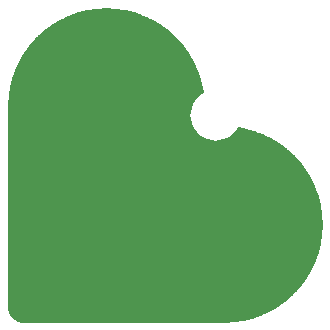
<source format=gtl>
%FSLAX33Y33*%
%MOMM*%
%ADD10C,0.0508*%
D10*
%LNpour fill*%
G01*
X19666Y1734D02*
X19666Y1734D01*
X19667Y1734*
X19750Y1730*
X19833Y1734*
X19834Y1734*
X20000Y1726*
X20811Y1766*
X21614Y1885*
X22402Y2082*
X23166Y2356*
X23900Y2703*
X24597Y3121*
X25249Y3604*
X25851Y4150*
X26396Y4751*
X26879Y5403*
X27297Y6100*
X27644Y6834*
X27918Y7598*
X28115Y8386*
X28234Y9189*
X28274Y10000*
X28234Y10811*
X28115Y11614*
X27918Y12402*
X27644Y13166*
X27297Y13900*
X26879Y14597*
X26396Y15249*
X25851Y15851*
X25249Y16396*
X24597Y16879*
X23900Y17297*
X23166Y17644*
X22402Y17918*
X21614Y18115*
X21148Y18184*
X21016Y17968*
X21015Y17967*
X20794Y17708*
X20792Y17706*
X20533Y17485*
X20532Y17484*
X20242Y17306*
X20240Y17305*
X19925Y17175*
X19923Y17174*
X19592Y17095*
X19590Y17095*
X19251Y17068*
X19249Y17068*
X18910Y17095*
X18908Y17095*
X18577Y17174*
X18575Y17175*
X18260Y17305*
X18258Y17306*
X17968Y17484*
X17967Y17485*
X17708Y17706*
X17706Y17708*
X17485Y17967*
X17484Y17968*
X17306Y18258*
X17305Y18260*
X17175Y18575*
X17174Y18577*
X17095Y18908*
X17095Y18910*
X17068Y19249*
X17068Y19251*
X17095Y19590*
X17095Y19592*
X17174Y19923*
X17175Y19925*
X17305Y20240*
X17306Y20242*
X17484Y20532*
X17485Y20533*
X17706Y20792*
X17708Y20794*
X17967Y21015*
X17968Y21016*
X18184Y21148*
X18115Y21614*
X17918Y22402*
X17644Y23166*
X17297Y23900*
X16879Y24597*
X16396Y25249*
X15851Y25851*
X15249Y26396*
X14597Y26879*
X13900Y27297*
X13166Y27644*
X12402Y27918*
X11614Y28115*
X10811Y28234*
X10000Y28274*
X9189Y28234*
X8386Y28115*
X7598Y27918*
X6834Y27644*
X6100Y27297*
X5403Y26879*
X4751Y26396*
X4150Y25851*
X3604Y25249*
X3121Y24597*
X2703Y23900*
X2356Y23166*
X2082Y22402*
X1885Y21614*
X1766Y20811*
X1726Y20000*
X1734Y19834*
X1734Y19833*
X1730Y19750*
X1734Y19667*
X1734Y19666*
X1724Y19458*
X1724Y3042*
X1732Y2875*
X1751Y2751*
X1781Y2630*
X1823Y2513*
X1877Y2400*
X1941Y2292*
X2015Y2192*
X2099Y2099*
X2192Y2015*
X2292Y1941*
X2400Y1877*
X2513Y1823*
X2630Y1781*
X2751Y1751*
X2875Y1732*
X3042Y1724*
X19458Y1724*
X19666Y1734*
X2768Y1748D02*
X20449Y1748D01*
X2583Y1798D02*
X21025Y1798D01*
X2461Y1847D02*
X21359Y1847D01*
X2366Y1897D02*
X21661Y1897D01*
X2285Y1946D02*
X21858Y1946D01*
X2218Y1996D02*
X22056Y1996D01*
X2159Y2045D02*
X22254Y2045D01*
X2104Y2095D02*
X22437Y2095D01*
X2058Y2144D02*
X22575Y2144D01*
X2014Y2194D02*
X22714Y2194D01*
X1977Y2244D02*
X22852Y2244D01*
X1940Y2293D02*
X22990Y2293D01*
X1911Y2343D02*
X23129Y2343D01*
X1881Y2392D02*
X23243Y2392D01*
X1857Y2442D02*
X23347Y2442D01*
X1833Y2491D02*
X23452Y2491D01*
X1813Y2541D02*
X23557Y2541D01*
X1795Y2590D02*
X23662Y2590D01*
X1779Y2640D02*
X23766Y2640D01*
X1766Y2689D02*
X23871Y2689D01*
X1754Y2739D02*
X23960Y2739D01*
X1745Y2788D02*
X24042Y2788D01*
X1738Y2838D02*
X24125Y2838D01*
X1732Y2887D02*
X24208Y2887D01*
X1729Y2937D02*
X24290Y2937D01*
X1727Y2986D02*
X24373Y2986D01*
X1724Y3036D02*
X24456Y3036D01*
X1724Y3086D02*
X24538Y3086D01*
X1724Y3135D02*
X24616Y3135D01*
X1724Y3185D02*
X24683Y3185D01*
X1724Y3234D02*
X24750Y3234D01*
X1724Y3284D02*
X24817Y3284D01*
X1724Y3333D02*
X24883Y3333D01*
X1724Y3383D02*
X24950Y3383D01*
X1724Y3432D02*
X25017Y3432D01*
X1724Y3482D02*
X25084Y3482D01*
X1724Y3531D02*
X25151Y3531D01*
X1724Y3581D02*
X25217Y3581D01*
X1724Y3630D02*
X25278Y3630D01*
X1724Y3680D02*
X25332Y3680D01*
X1724Y3729D02*
X25387Y3729D01*
X1724Y3779D02*
X25442Y3779D01*
X1724Y3828D02*
X25496Y3828D01*
X1724Y3878D02*
X25551Y3878D01*
X1724Y3928D02*
X25606Y3928D01*
X1724Y3977D02*
X25660Y3977D01*
X1724Y4027D02*
X25715Y4027D01*
X1724Y4076D02*
X25770Y4076D01*
X1724Y4126D02*
X25824Y4126D01*
X1724Y4175D02*
X25874Y4175D01*
X1724Y4225D02*
X25919Y4225D01*
X1724Y4274D02*
X25964Y4274D01*
X1724Y4324D02*
X26008Y4324D01*
X1724Y4373D02*
X26053Y4373D01*
X1724Y4423D02*
X26098Y4423D01*
X1724Y4472D02*
X26143Y4472D01*
X1724Y4522D02*
X26188Y4522D01*
X1724Y4571D02*
X26233Y4571D01*
X1724Y4621D02*
X26278Y4621D01*
X1724Y4670D02*
X26323Y4670D01*
X1724Y4720D02*
X26368Y4720D01*
X1724Y4770D02*
X26409Y4770D01*
X1724Y4819D02*
X26446Y4819D01*
X1724Y4869D02*
X26483Y4869D01*
X1724Y4918D02*
X26520Y4918D01*
X1724Y4968D02*
X26556Y4968D01*
X1724Y5017D02*
X26593Y5017D01*
X1724Y5067D02*
X26630Y5067D01*
X1724Y5116D02*
X26667Y5116D01*
X1724Y5166D02*
X26703Y5166D01*
X1724Y5215D02*
X26740Y5215D01*
X1724Y5265D02*
X26777Y5265D01*
X1724Y5314D02*
X26813Y5314D01*
X1724Y5364D02*
X26850Y5364D01*
X1724Y5413D02*
X26886Y5413D01*
X1724Y5463D02*
X26915Y5463D01*
X1724Y5512D02*
X26945Y5512D01*
X1724Y5562D02*
X26975Y5562D01*
X1724Y5612D02*
X27004Y5612D01*
X1724Y5661D02*
X27034Y5661D01*
X1724Y5711D02*
X27064Y5711D01*
X1724Y5760D02*
X27093Y5760D01*
X1724Y5810D02*
X27123Y5810D01*
X1724Y5859D02*
X27153Y5859D01*
X1724Y5909D02*
X27182Y5909D01*
X1724Y5958D02*
X27212Y5958D01*
X1724Y6008D02*
X27242Y6008D01*
X1724Y6057D02*
X27271Y6057D01*
X1724Y6107D02*
X27300Y6107D01*
X1724Y6156D02*
X27324Y6156D01*
X1724Y6206D02*
X27347Y6206D01*
X1724Y6255D02*
X27371Y6255D01*
X1724Y6305D02*
X27394Y6305D01*
X1724Y6354D02*
X27417Y6354D01*
X1724Y6404D02*
X27441Y6404D01*
X1724Y6454D02*
X27464Y6454D01*
X1724Y6503D02*
X27488Y6503D01*
X1724Y6553D02*
X27511Y6553D01*
X1724Y6602D02*
X27534Y6602D01*
X1724Y6652D02*
X27558Y6652D01*
X1724Y6701D02*
X27581Y6701D01*
X1724Y6751D02*
X27605Y6751D01*
X1724Y6800D02*
X27628Y6800D01*
X1724Y6850D02*
X27650Y6850D01*
X1724Y6899D02*
X27668Y6899D01*
X1724Y6949D02*
X27685Y6949D01*
X1724Y6998D02*
X27703Y6998D01*
X1724Y7048D02*
X27721Y7048D01*
X1724Y7097D02*
X27738Y7097D01*
X1724Y7147D02*
X27756Y7147D01*
X1724Y7197D02*
X27774Y7197D01*
X1724Y7246D02*
X27792Y7246D01*
X1724Y7296D02*
X27809Y7296D01*
X1724Y7345D02*
X27827Y7345D01*
X1724Y7395D02*
X27845Y7395D01*
X1724Y7444D02*
X27862Y7444D01*
X1724Y7494D02*
X27880Y7494D01*
X1724Y7543D02*
X27898Y7543D01*
X1724Y7593D02*
X27916Y7593D01*
X1724Y7642D02*
X27929Y7642D01*
X1724Y7692D02*
X27941Y7692D01*
X1724Y7741D02*
X27953Y7741D01*
X1724Y7791D02*
X27966Y7791D01*
X1724Y7840D02*
X27978Y7840D01*
X1724Y7890D02*
X27991Y7890D01*
X1724Y7939D02*
X28003Y7939D01*
X1724Y7989D02*
X28015Y7989D01*
X1724Y8039D02*
X28028Y8039D01*
X1724Y8088D02*
X28040Y8088D01*
X1724Y8138D02*
X28053Y8138D01*
X1724Y8187D02*
X28065Y8187D01*
X1724Y8237D02*
X28077Y8237D01*
X1724Y8286D02*
X28090Y8286D01*
X1724Y8336D02*
X28102Y8336D01*
X1724Y8385D02*
X28115Y8385D01*
X1724Y8435D02*
X28122Y8435D01*
X1724Y8484D02*
X28129Y8484D01*
X1724Y8534D02*
X28137Y8534D01*
X1724Y8583D02*
X28144Y8583D01*
X1724Y8633D02*
X28151Y8633D01*
X1724Y8682D02*
X28159Y8682D01*
X1724Y8732D02*
X28166Y8732D01*
X1724Y8781D02*
X28173Y8781D01*
X1724Y8831D02*
X28181Y8831D01*
X1724Y8881D02*
X28188Y8881D01*
X1724Y8930D02*
X28196Y8930D01*
X1724Y8980D02*
X28203Y8980D01*
X1724Y9029D02*
X28210Y9029D01*
X1724Y9079D02*
X28218Y9079D01*
X1724Y9128D02*
X28225Y9128D01*
X1724Y9178D02*
X28232Y9178D01*
X1724Y9227D02*
X28236Y9227D01*
X1724Y9277D02*
X28238Y9277D01*
X1724Y9326D02*
X28241Y9326D01*
X1724Y9376D02*
X28243Y9376D01*
X1724Y9425D02*
X28246Y9425D01*
X1724Y9475D02*
X28248Y9475D01*
X1724Y9524D02*
X28250Y9524D01*
X1724Y9574D02*
X28253Y9574D01*
X1724Y9623D02*
X28255Y9623D01*
X1724Y9673D02*
X28258Y9673D01*
X1724Y9723D02*
X28260Y9723D01*
X1724Y9772D02*
X28263Y9772D01*
X1724Y9822D02*
X28265Y9822D01*
X1724Y9871D02*
X28267Y9871D01*
X1724Y9921D02*
X28270Y9921D01*
X1724Y9970D02*
X28272Y9970D01*
X1724Y10020D02*
X28273Y10020D01*
X1724Y10069D02*
X28270Y10069D01*
X1724Y10119D02*
X28268Y10119D01*
X1724Y10168D02*
X28266Y10168D01*
X1724Y10218D02*
X28263Y10218D01*
X1724Y10267D02*
X28261Y10267D01*
X1724Y10317D02*
X28258Y10317D01*
X1724Y10366D02*
X28256Y10366D01*
X1724Y10416D02*
X28253Y10416D01*
X1724Y10465D02*
X28251Y10465D01*
X1724Y10515D02*
X28249Y10515D01*
X1724Y10565D02*
X28246Y10565D01*
X1724Y10614D02*
X28244Y10614D01*
X1724Y10664D02*
X28241Y10664D01*
X1724Y10713D02*
X28239Y10713D01*
X1724Y10763D02*
X28236Y10763D01*
X1724Y10812D02*
X28234Y10812D01*
X1724Y10862D02*
X28226Y10862D01*
X1724Y10911D02*
X28219Y10911D01*
X1724Y10961D02*
X28212Y10961D01*
X1724Y11010D02*
X28204Y11010D01*
X1724Y11060D02*
X28197Y11060D01*
X1724Y11109D02*
X28190Y11109D01*
X1724Y11159D02*
X28182Y11159D01*
X1724Y11208D02*
X28175Y11208D01*
X1724Y11258D02*
X28168Y11258D01*
X1724Y11307D02*
X28160Y11307D01*
X1724Y11357D02*
X28153Y11357D01*
X1724Y11407D02*
X28146Y11407D01*
X1724Y11456D02*
X28138Y11456D01*
X1724Y11506D02*
X28131Y11506D01*
X1724Y11555D02*
X28124Y11555D01*
X1724Y11605D02*
X28116Y11605D01*
X1724Y11654D02*
X28105Y11654D01*
X1724Y11704D02*
X28092Y11704D01*
X1724Y11753D02*
X28080Y11753D01*
X1724Y11803D02*
X28068Y11803D01*
X1724Y11852D02*
X28055Y11852D01*
X1724Y11902D02*
X28043Y11902D01*
X1724Y11951D02*
X28030Y11951D01*
X1724Y12001D02*
X28018Y12001D01*
X1724Y12050D02*
X28006Y12050D01*
X1724Y12100D02*
X27993Y12100D01*
X1724Y12150D02*
X27981Y12150D01*
X1724Y12199D02*
X27968Y12199D01*
X1724Y12249D02*
X27956Y12249D01*
X1724Y12298D02*
X27944Y12298D01*
X1724Y12348D02*
X27931Y12348D01*
X1724Y12397D02*
X27919Y12397D01*
X1724Y12447D02*
X27901Y12447D01*
X1724Y12496D02*
X27884Y12496D01*
X1724Y12546D02*
X27866Y12546D01*
X1724Y12595D02*
X27848Y12595D01*
X1724Y12645D02*
X27831Y12645D01*
X1724Y12694D02*
X27813Y12694D01*
X1724Y12744D02*
X27795Y12744D01*
X1724Y12793D02*
X27777Y12793D01*
X1724Y12843D02*
X27760Y12843D01*
X1724Y12892D02*
X27742Y12892D01*
X1724Y12942D02*
X27724Y12942D01*
X1724Y12992D02*
X27707Y12992D01*
X1724Y13041D02*
X27689Y13041D01*
X1724Y13091D02*
X27671Y13091D01*
X1724Y13140D02*
X27653Y13140D01*
X1724Y13190D02*
X27633Y13190D01*
X1724Y13239D02*
X27610Y13239D01*
X1724Y13289D02*
X27586Y13289D01*
X1724Y13338D02*
X27563Y13338D01*
X1724Y13388D02*
X27539Y13388D01*
X1724Y13437D02*
X27516Y13437D01*
X1724Y13487D02*
X27492Y13487D01*
X1724Y13536D02*
X27469Y13536D01*
X1724Y13586D02*
X27446Y13586D01*
X1724Y13635D02*
X27422Y13635D01*
X1724Y13685D02*
X27399Y13685D01*
X1724Y13734D02*
X27375Y13734D01*
X1724Y13784D02*
X27352Y13784D01*
X1724Y13834D02*
X27328Y13834D01*
X1724Y13883D02*
X27305Y13883D01*
X1724Y13933D02*
X27278Y13933D01*
X1724Y13982D02*
X27248Y13982D01*
X1724Y14032D02*
X27218Y14032D01*
X1724Y14081D02*
X27188Y14081D01*
X1724Y14131D02*
X27159Y14131D01*
X1724Y14180D02*
X27129Y14180D01*
X1724Y14230D02*
X27099Y14230D01*
X1724Y14279D02*
X27070Y14279D01*
X1724Y14329D02*
X27040Y14329D01*
X1724Y14378D02*
X27010Y14378D01*
X1724Y14428D02*
X26981Y14428D01*
X1724Y14477D02*
X26951Y14477D01*
X1724Y14527D02*
X26921Y14527D01*
X1724Y14576D02*
X26892Y14576D01*
X1724Y14626D02*
X26858Y14626D01*
X1724Y14676D02*
X26821Y14676D01*
X1724Y14725D02*
X26784Y14725D01*
X1724Y14775D02*
X26748Y14775D01*
X1724Y14824D02*
X26711Y14824D01*
X1724Y14874D02*
X26674Y14874D01*
X1724Y14923D02*
X26637Y14923D01*
X1724Y14973D02*
X26601Y14973D01*
X1724Y15022D02*
X26564Y15022D01*
X1724Y15072D02*
X26527Y15072D01*
X1724Y15121D02*
X26490Y15121D01*
X1724Y15171D02*
X26454Y15171D01*
X1724Y15220D02*
X26417Y15220D01*
X1724Y15270D02*
X26377Y15270D01*
X1724Y15319D02*
X26332Y15319D01*
X1724Y15369D02*
X26287Y15369D01*
X1724Y15418D02*
X26242Y15418D01*
X1724Y15468D02*
X26197Y15468D01*
X1724Y15518D02*
X26152Y15518D01*
X1724Y15567D02*
X26107Y15567D01*
X1724Y15617D02*
X26062Y15617D01*
X1724Y15666D02*
X26018Y15666D01*
X1724Y15716D02*
X25973Y15716D01*
X1724Y15765D02*
X25928Y15765D01*
X1724Y15815D02*
X25883Y15815D01*
X1724Y15864D02*
X25835Y15864D01*
X1724Y15914D02*
X25781Y15914D01*
X1724Y15963D02*
X25726Y15963D01*
X1724Y16013D02*
X25671Y16013D01*
X1724Y16062D02*
X25617Y16062D01*
X1724Y16112D02*
X25562Y16112D01*
X1724Y16161D02*
X25507Y16161D01*
X1724Y16211D02*
X25453Y16211D01*
X1724Y16260D02*
X25398Y16260D01*
X1724Y16310D02*
X25343Y16310D01*
X1724Y16360D02*
X25289Y16360D01*
X1724Y16409D02*
X25231Y16409D01*
X1724Y16459D02*
X25164Y16459D01*
X1724Y16508D02*
X25097Y16508D01*
X1724Y16558D02*
X25031Y16558D01*
X1724Y16607D02*
X24964Y16607D01*
X1724Y16657D02*
X24897Y16657D01*
X1724Y16706D02*
X24830Y16706D01*
X1724Y16756D02*
X24763Y16756D01*
X1724Y16805D02*
X24697Y16805D01*
X1724Y16855D02*
X24630Y16855D01*
X1724Y16904D02*
X24555Y16904D01*
X1724Y16954D02*
X24472Y16954D01*
X1724Y17003D02*
X24390Y17003D01*
X1724Y17053D02*
X24307Y17053D01*
X1724Y17103D02*
X18876Y17103D01*
X19624Y17103D02*
X24225Y17103D01*
X1724Y17152D02*
X18670Y17152D01*
X19830Y17152D02*
X24142Y17152D01*
X1724Y17202D02*
X18511Y17202D01*
X19989Y17202D02*
X24059Y17202D01*
X1724Y17251D02*
X18391Y17251D01*
X20109Y17251D02*
X23977Y17251D01*
X1724Y17301D02*
X18272Y17301D01*
X20228Y17301D02*
X23892Y17301D01*
X1724Y17350D02*
X18187Y17350D01*
X20313Y17350D02*
X23788Y17350D01*
X1724Y17400D02*
X18106Y17400D01*
X20394Y17400D02*
X23683Y17400D01*
X1724Y17449D02*
X18025Y17449D01*
X20475Y17449D02*
X23578Y17449D01*
X1724Y17499D02*
X17951Y17499D01*
X20549Y17499D02*
X23473Y17499D01*
X1724Y17548D02*
X17893Y17548D01*
X20607Y17548D02*
X23369Y17548D01*
X1724Y17598D02*
X17835Y17598D01*
X20665Y17598D02*
X23264Y17598D01*
X1724Y17647D02*
X17777Y17647D01*
X20723Y17647D02*
X23157Y17647D01*
X1724Y17697D02*
X17719Y17697D01*
X20781Y17697D02*
X23019Y17697D01*
X1724Y17746D02*
X17673Y17746D01*
X20827Y17746D02*
X22880Y17746D01*
X1724Y17796D02*
X17631Y17796D01*
X20869Y17796D02*
X22742Y17796D01*
X1724Y17845D02*
X17589Y17845D01*
X20911Y17845D02*
X22603Y17845D01*
X1724Y17895D02*
X17546Y17895D01*
X20954Y17895D02*
X22465Y17895D01*
X1724Y17945D02*
X17504Y17945D01*
X20996Y17945D02*
X22294Y17945D01*
X1724Y17994D02*
X17468Y17994D01*
X21032Y17994D02*
X22096Y17994D01*
X1724Y18044D02*
X17438Y18044D01*
X21062Y18044D02*
X21899Y18044D01*
X1724Y18093D02*
X17408Y18093D01*
X21092Y18093D02*
X21701Y18093D01*
X1724Y18143D02*
X17377Y18143D01*
X21123Y18143D02*
X21427Y18143D01*
X1724Y18192D02*
X17347Y18192D01*
X1724Y18242D02*
X17317Y18242D01*
X1724Y18291D02*
X17293Y18291D01*
X1724Y18341D02*
X17272Y18341D01*
X1724Y18390D02*
X17251Y18390D01*
X1724Y18440D02*
X17231Y18440D01*
X1724Y18489D02*
X17210Y18489D01*
X1724Y18539D02*
X17190Y18539D01*
X1724Y18588D02*
X17172Y18588D01*
X1724Y18638D02*
X17160Y18638D01*
X1724Y18687D02*
X17148Y18687D01*
X1724Y18737D02*
X17136Y18737D01*
X1724Y18787D02*
X17124Y18787D01*
X1724Y18836D02*
X17112Y18836D01*
X1724Y18886D02*
X17100Y18886D01*
X1724Y18935D02*
X17093Y18935D01*
X1724Y18985D02*
X17089Y18985D01*
X1724Y19034D02*
X17085Y19034D01*
X1724Y19084D02*
X17081Y19084D01*
X1724Y19133D02*
X17077Y19133D01*
X1724Y19183D02*
X17073Y19183D01*
X1724Y19232D02*
X17069Y19232D01*
X1724Y19282D02*
X17070Y19282D01*
X1724Y19331D02*
X17074Y19331D01*
X1724Y19381D02*
X17078Y19381D01*
X1724Y19430D02*
X17082Y19430D01*
X1725Y19480D02*
X17086Y19480D01*
X1728Y19529D02*
X17090Y19529D01*
X1730Y19579D02*
X17094Y19579D01*
X1732Y19629D02*
X17104Y19629D01*
X1734Y19678D02*
X17116Y19678D01*
X1731Y19728D02*
X17127Y19728D01*
X1732Y19777D02*
X17139Y19777D01*
X1734Y19827D02*
X17151Y19827D01*
X1732Y19876D02*
X17163Y19876D01*
X1730Y19926D02*
X17175Y19926D01*
X1727Y19975D02*
X17196Y19975D01*
X1727Y20025D02*
X17216Y20025D01*
X1730Y20074D02*
X17237Y20074D01*
X1732Y20124D02*
X17257Y20124D01*
X1735Y20173D02*
X17278Y20173D01*
X1737Y20223D02*
X17298Y20223D01*
X1740Y20272D02*
X17325Y20272D01*
X1742Y20322D02*
X17356Y20322D01*
X1744Y20371D02*
X17386Y20371D01*
X1747Y20421D02*
X17416Y20421D01*
X1749Y20471D02*
X17447Y20471D01*
X1752Y20520D02*
X17477Y20520D01*
X1754Y20570D02*
X17516Y20570D01*
X1757Y20619D02*
X17559Y20619D01*
X1759Y20669D02*
X17601Y20669D01*
X1761Y20718D02*
X17643Y20718D01*
X1764Y20768D02*
X17685Y20768D01*
X1767Y20817D02*
X17735Y20817D01*
X1774Y20867D02*
X17793Y20867D01*
X1782Y20916D02*
X17851Y20916D01*
X1789Y20966D02*
X17909Y20966D01*
X1796Y21015D02*
X17968Y21015D01*
X1804Y21065D02*
X18048Y21065D01*
X1811Y21114D02*
X18129Y21114D01*
X1818Y21164D02*
X18182Y21164D01*
X1826Y21213D02*
X18174Y21213D01*
X1833Y21263D02*
X18167Y21263D01*
X1840Y21313D02*
X18160Y21313D01*
X1848Y21362D02*
X18152Y21362D01*
X1855Y21412D02*
X18145Y21412D01*
X1862Y21461D02*
X18138Y21461D01*
X1870Y21511D02*
X18130Y21511D01*
X1877Y21560D02*
X18123Y21560D01*
X1884Y21610D02*
X18115Y21610D01*
X1896Y21659D02*
X18104Y21659D01*
X1909Y21709D02*
X18091Y21709D01*
X1921Y21758D02*
X18079Y21758D01*
X1934Y21808D02*
X18066Y21808D01*
X1946Y21857D02*
X18054Y21857D01*
X1958Y21907D02*
X18041Y21907D01*
X1971Y21956D02*
X18029Y21956D01*
X1983Y22006D02*
X18017Y22006D01*
X1996Y22056D02*
X18004Y22056D01*
X2008Y22105D02*
X17992Y22105D01*
X2021Y22155D02*
X17979Y22155D01*
X2033Y22204D02*
X17967Y22204D01*
X2045Y22254D02*
X17955Y22254D01*
X2058Y22303D02*
X17942Y22303D01*
X2070Y22353D02*
X17930Y22353D01*
X2083Y22402D02*
X17917Y22402D01*
X2100Y22452D02*
X17900Y22452D01*
X2118Y22501D02*
X17882Y22501D01*
X2136Y22551D02*
X17864Y22551D01*
X2153Y22600D02*
X17847Y22600D01*
X2171Y22650D02*
X17829Y22650D01*
X2189Y22699D02*
X17811Y22699D01*
X2207Y22749D02*
X17793Y22749D01*
X2224Y22798D02*
X17776Y22798D01*
X2242Y22848D02*
X17758Y22848D01*
X2260Y22898D02*
X17740Y22898D01*
X2278Y22947D02*
X17722Y22947D01*
X2295Y22997D02*
X17705Y22997D01*
X2313Y23046D02*
X17687Y23046D01*
X2331Y23096D02*
X17669Y23096D01*
X2348Y23145D02*
X17652Y23145D01*
X2369Y23195D02*
X17631Y23195D01*
X2393Y23244D02*
X17607Y23244D01*
X2416Y23294D02*
X17584Y23294D01*
X2440Y23343D02*
X17560Y23343D01*
X2463Y23393D02*
X17537Y23393D01*
X2487Y23442D02*
X17513Y23442D01*
X2510Y23492D02*
X17490Y23492D01*
X2533Y23541D02*
X17467Y23541D01*
X2557Y23591D02*
X17443Y23591D01*
X2580Y23640D02*
X17420Y23640D01*
X2604Y23690D02*
X17396Y23690D01*
X2627Y23740D02*
X17373Y23740D01*
X2651Y23789D02*
X17349Y23789D01*
X2674Y23839D02*
X17326Y23839D01*
X2697Y23888D02*
X17303Y23888D01*
X2726Y23938D02*
X17274Y23938D01*
X2755Y23987D02*
X17245Y23987D01*
X2785Y24037D02*
X17215Y24037D01*
X2815Y24086D02*
X17185Y24086D01*
X2844Y24136D02*
X17156Y24136D01*
X2874Y24185D02*
X17126Y24185D01*
X2904Y24235D02*
X17096Y24235D01*
X2933Y24284D02*
X17067Y24284D01*
X2963Y24334D02*
X17037Y24334D01*
X2993Y24383D02*
X17007Y24383D01*
X3022Y24433D02*
X16978Y24433D01*
X3052Y24482D02*
X16948Y24482D01*
X3082Y24532D02*
X16918Y24532D01*
X3111Y24582D02*
X16889Y24582D01*
X3146Y24631D02*
X16854Y24631D01*
X3183Y24681D02*
X16817Y24681D01*
X3220Y24730D02*
X16780Y24730D01*
X3256Y24780D02*
X16744Y24780D01*
X3293Y24829D02*
X16707Y24829D01*
X3330Y24879D02*
X16670Y24879D01*
X3366Y24928D02*
X16634Y24928D01*
X3403Y24978D02*
X16597Y24978D01*
X3440Y25027D02*
X16560Y25027D01*
X3477Y25077D02*
X16523Y25077D01*
X3513Y25126D02*
X16487Y25126D01*
X3550Y25176D02*
X16450Y25176D01*
X3587Y25225D02*
X16413Y25225D01*
X3628Y25275D02*
X16372Y25275D01*
X3673Y25324D02*
X16327Y25324D01*
X3718Y25374D02*
X16282Y25374D01*
X3763Y25424D02*
X16237Y25424D01*
X3807Y25473D02*
X16193Y25473D01*
X3852Y25523D02*
X16148Y25523D01*
X3897Y25572D02*
X16103Y25572D01*
X3942Y25622D02*
X16058Y25622D01*
X3987Y25671D02*
X16013Y25671D01*
X4032Y25721D02*
X15968Y25721D01*
X4077Y25770D02*
X15923Y25770D01*
X4122Y25820D02*
X15878Y25820D01*
X4170Y25869D02*
X15830Y25869D01*
X4225Y25919D02*
X15775Y25919D01*
X4280Y25968D02*
X15720Y25968D01*
X4334Y26018D02*
X15666Y26018D01*
X4389Y26067D02*
X15611Y26067D01*
X4444Y26117D02*
X15556Y26117D01*
X4498Y26166D02*
X15502Y26166D01*
X4553Y26216D02*
X15447Y26216D01*
X4607Y26266D02*
X15393Y26266D01*
X4662Y26315D02*
X15338Y26315D01*
X4717Y26365D02*
X15283Y26365D01*
X4776Y26414D02*
X15224Y26414D01*
X4843Y26464D02*
X15157Y26464D01*
X4909Y26513D02*
X15090Y26513D01*
X4976Y26563D02*
X15024Y26563D01*
X5043Y26612D02*
X14957Y26612D01*
X5110Y26662D02*
X14890Y26662D01*
X5177Y26711D02*
X14823Y26711D01*
X5243Y26761D02*
X14757Y26761D01*
X5310Y26810D02*
X14690Y26810D01*
X5377Y26860D02*
X14623Y26860D01*
X5453Y26909D02*
X14547Y26909D01*
X5536Y26959D02*
X14464Y26959D01*
X5619Y27009D02*
X14381Y27009D01*
X5701Y27058D02*
X14299Y27058D01*
X5784Y27108D02*
X14216Y27108D01*
X5867Y27157D02*
X14133Y27157D01*
X5949Y27207D02*
X14051Y27207D01*
X6032Y27256D02*
X13968Y27256D01*
X6118Y27306D02*
X13882Y27306D01*
X6223Y27355D02*
X13777Y27355D01*
X6328Y27405D02*
X13672Y27405D01*
X6433Y27454D02*
X13567Y27454D01*
X6537Y27504D02*
X13463Y27504D01*
X6642Y27553D02*
X13358Y27553D01*
X6747Y27603D02*
X13253Y27603D01*
X6857Y27652D02*
X13143Y27652D01*
X6996Y27702D02*
X13004Y27702D01*
X7134Y27751D02*
X12866Y27751D01*
X7272Y27801D02*
X12728Y27801D01*
X7411Y27851D02*
X12589Y27851D01*
X7549Y27900D02*
X12451Y27900D01*
X7726Y27950D02*
X12274Y27950D01*
X7924Y27999D02*
X12076Y27999D01*
X8122Y28049D02*
X11878Y28049D01*
X8319Y28098D02*
X11681Y28098D01*
X8608Y28148D02*
X11392Y28148D01*
X8941Y28197D02*
X11059Y28197D01*
X9449Y28247D02*
X10551Y28247D01*
%LNtop copper_traces*%
M02*
</source>
